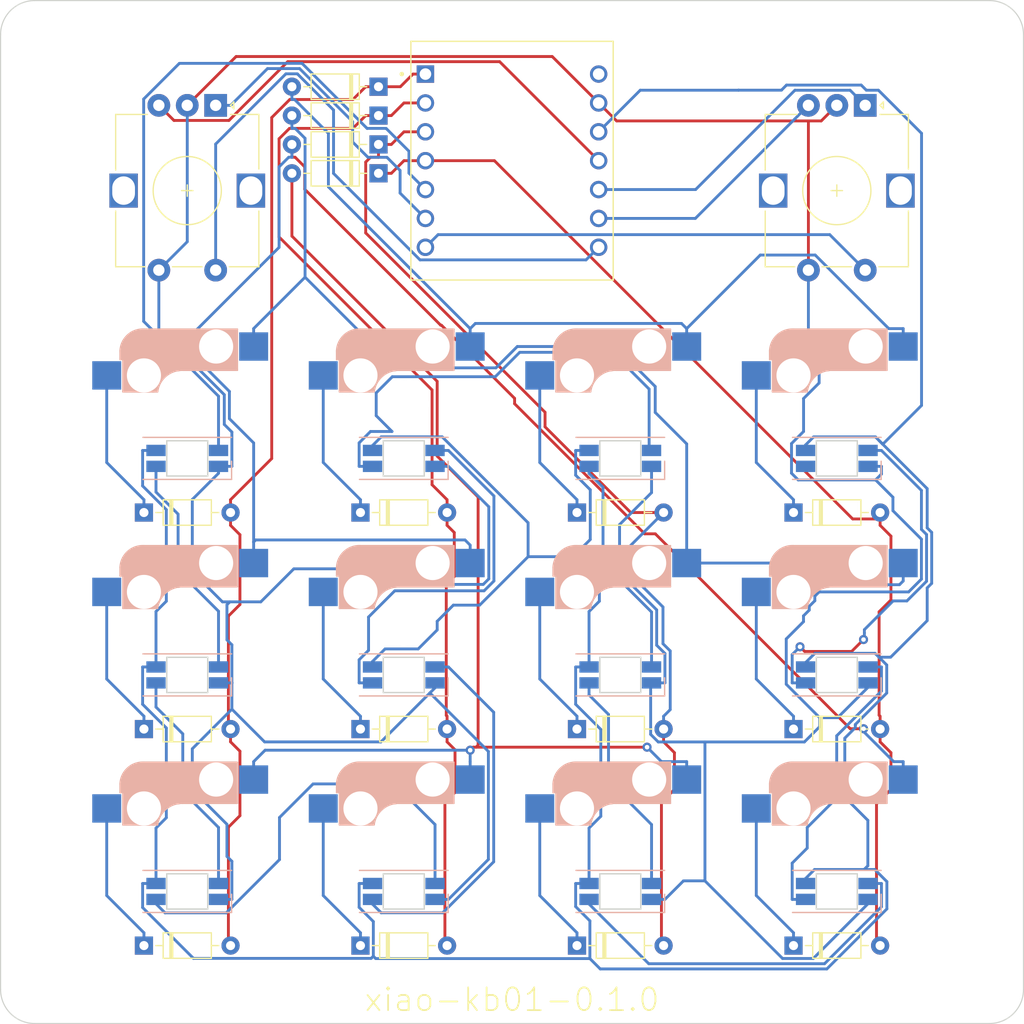
<source format=kicad_pcb>
(kicad_pcb (version 20221018) (generator pcbnew)
  (layers (0 "F.Cu" signal) (31 "B.Cu" signal) (34 "B.Paste" user) (35 "F.Paste" user) (36 "B.SilkS" user "B.Silkscreen") (37 "F.SilkS" user "F.Silkscreen") (38 "B.Mask" user) (39 "F.Mask" user) (44 "Edge.Cuts" user))
  (net 0 "")
  (net 1 "Net-(D1-K)")
  (net 2 "COL1")
  (net 3 "Net-(D2-K)")
  (net 4 "Net-(D3-K)")
  (net 5 "Net-(D4-K)")
  (net 6 "COL2")
  (net 7 "Net-(D5-K)")
  (net 8 "Net-(D6-K)")
  (net 9 "Net-(D7-K)")
  (net 10 "COL3")
  (net 11 "Net-(D8-K)")
  (net 12 "Net-(D9-K)")
  (net 13 "Net-(D10-K)")
  (net 14 "COL4")
  (net 15 "Net-(D11-K)")
  (net 16 "Net-(D12-K)")
  (net 17 "Net-(D13-A)")
  (net 18 "Net-(D14-A)")
  (net 19 "Net-(D15-A)")
  (net 20 "Net-(D16-A)")
  (net 21 "WS2812")
  (net 22 "GND")
  (net 23 "3V3")
  (net 24 "Net-(LED1-DOUT)")
  (net 25 "Net-(LED2-DOUT)")
  (net 26 "Net-(LED3-DOUT)")
  (net 27 "Net-(LED4-DOUT)")
  (net 28 "Net-(LED5-DOUT)")
  (net 29 "Net-(LED6-DOUT)")
  (net 30 "Net-(LED7-DIN)")
  (net 31 "Net-(LED10-DIN)")
  (net 32 "Net-(LED8-DIN)")
  (net 33 "Net-(LED10-DOUT)")
  (net 34 "Net-(LED11-DOUT)")
  (net 36 "ROT_A1")
  (net 37 "ROT_B1")
  (net 38 "BTN1")
  (net 39 "ROT_A2")
  (net 40 "ROT_B2")
  (net 41 "BTN2")
  (footprint "MountingHole:MountingHole_2.2mm_M2" (layer "F.Cu") (at 67.5375 108.6312)
    (fp_text reference "H7" hide)
    (fp_text value "MountingHole" hide)
  )
  (footprint "Diode_THT:D_DO-35_SOD27_P7.62mm_Horizontal" (layer "F.Cu") (at 134.3025 66.675)
    (fp_text reference "D10" hide)
    (fp_text value "1N4148" hide)
  )
  (footprint "Diode_THT:D_DO-35_SOD27_P7.62mm_Horizontal" (layer "F.Cu") (at 115.2525 66.675)
    (fp_text reference "D7" hide)
    (fp_text value "1N4148" hide)
  )
  (footprint "Diode_THT:D_DO-35_SOD27_P7.62mm_Horizontal" (layer "F.Cu") (at 115.2525 104.775)
    (fp_text reference "D9" hide)
    (fp_text value "1N4148" hide)
  )
  (footprint "MountingHole:MountingHole_2.2mm_M2" (layer "F.Cu") (at 82.5375 108.6312)
    (fp_text reference "H6" hide)
    (fp_text value "MountingHole" hide)
  )
  (footprint "MountingHole:MountingHole_2.2mm_M2" (layer "F.Cu") (at 136.5375 24.6312)
    (fp_text reference "H11" hide)
    (fp_text value "MountingHole" hide)
  )
  (footprint "kbd:CherryMX_Hotswap" (layer "F.Cu") (at 100.0125 57.15)
    (fp_text reference "SW4" hide)
    (fp_text value "SW_PUSH" hide)
  )
  (footprint "kbd:CherryMX_Hotswap" (layer "F.Cu") (at 100.0125 95.25)
    (fp_text reference "SW6" hide)
    (fp_text value "SW_PUSH" hide)
  )
  (footprint "kbd:CherryMX_Hotswap" (layer "F.Cu") (at 100.0125 76.2)
    (fp_text reference "SW5" hide)
    (fp_text value "SW_PUSH" hide)
  )
  (footprint "Diode_THT:D_DO-35_SOD27_P7.62mm_Horizontal" (layer "F.Cu") (at 77.1525 85.725)
    (fp_text reference "D2" hide)
    (fp_text value "1N4148" hide)
  )
  (footprint "Diode_THT:D_DO-35_SOD27_P7.62mm_Horizontal" (layer "F.Cu") (at 97.79 31.75 180)
    (fp_text reference "D14" hide)
    (fp_text value "1N4148" hide)
  )
  (footprint "Diode_THT:D_DO-35_SOD27_P7.62mm_Horizontal" (layer "F.Cu") (at 96.2025 104.775)
    (fp_text reference "D6" hide)
    (fp_text value "1N4148" hide)
  )
  (footprint "MountingHole:MountingHole_2.2mm_M2" (layer "F.Cu") (at 136.5375 108.6312)
    (fp_text reference "H9" hide)
    (fp_text value "MountingHole" hide)
  )
  (footprint "Diode_THT:D_DO-35_SOD27_P7.62mm_Horizontal" (layer "F.Cu") (at 96.2025 66.675)
    (fp_text reference "D4" hide)
    (fp_text value "1N4148" hide)
  )
  (footprint "kbd:CherryMX_Hotswap" (layer "F.Cu") (at 119.0625 95.25)
    (fp_text reference "SW9" hide)
    (fp_text value "SW_PUSH" hide)
  )
  (footprint "Rotary_Encoder:RotaryEncoder_Alps_EC12E-Switch_Vertical_H20mm" (layer "F.Cu") (at 140.6125 30.85 -90)
    (fp_text reference "SW14" hide)
    (fp_text value "RotaryEncoder_Switch" hide)
  )
  (footprint "MountingHole:MountingHole_2.2mm_M2" (layer "F.Cu") (at 67.5375 93.6312)
    (fp_text reference "H3" hide)
    (fp_text value "MountingHole" hide)
  )
  (footprint "MountingHole:MountingHole_2.2mm_M2" (layer "F.Cu") (at 82.5375 24.6312)
    (fp_text reference "H5" hide)
    (fp_text value "MountingHole" hide)
  )
  (footprint "kbd:CherryMX_Hotswap" (layer "F.Cu") (at 119.0625 76.2)
    (fp_text reference "SW8" hide)
    (fp_text value "SW_PUSH" hide)
  )
  (footprint "Diode_THT:D_DO-35_SOD27_P7.62mm_Horizontal" (layer "F.Cu") (at 115.2525 85.725)
    (fp_text reference "D8" hide)
    (fp_text value "1N4148" hide)
  )
  (footprint "MountingHole:MountingHole_2.2mm_M2" (layer "F.Cu") (at 67.5375 39.6312)
    (fp_text reference "H2" hide)
    (fp_text value "MountingHole" hide)
  )
  (footprint "Rotary_Encoder:RotaryEncoder_Alps_EC12E-Switch_Vertical_H20mm" (layer "F.Cu") (at 83.4625 30.85 -90)
    (fp_text reference "SW13" hide)
    (fp_text value "RotaryEncoder_Switch" hide)
  )
  (footprint "kbd:CherryMX_Hotswap" (layer "F.Cu") (at 80.9625 76.2)
    (fp_text reference "SW2" hide)
    (fp_text value "SW_PUSH" hide)
  )
  (footprint "Diode_THT:D_DO-35_SOD27_P7.62mm_Horizontal" (layer "F.Cu") (at 97.79 34.29 180)
    (fp_text reference "D15" hide)
    (fp_text value "1N4148" hide)
  )
  (footprint "Diode_THT:D_DO-35_SOD27_P7.62mm_Horizontal" (layer "F.Cu") (at 77.1525 66.675)
    (fp_text reference "D1" hide)
    (fp_text value "1N4148" hide)
  )
  (footprint "MountingHole:MountingHole_2.2mm_M2" (layer "F.Cu") (at 151.5375 108.6312)
    (fp_text reference "H10" hide)
    (fp_text value "MountingHole" hide)
  )
  (footprint "Diode_THT:D_DO-35_SOD27_P7.62mm_Horizontal" (layer "F.Cu") (at 96.2025 85.725)
    (fp_text reference "D5" hide)
    (fp_text value "1N4148" hide)
  )
  (footprint "kbd:CherryMX_Hotswap" (layer "F.Cu") (at 119.0625 57.15)
    (fp_text reference "SW7" hide)
    (fp_text value "SW_PUSH" hide)
  )
  (footprint "MountingHole:MountingHole_2.2mm_M2" (layer "F.Cu") (at 151.5375 93.6312)
    (fp_text reference "H12" hide)
    (fp_text value "MountingHole" hide)
  )
  (footprint "Diode_THT:D_DO-35_SOD27_P7.62mm_Horizontal" (layer "F.Cu") (at 134.3025 104.775)
    (fp_text reference "D12" hide)
    (fp_text value "1N4148" hide)
  )
  (footprint "MountingHole:MountingHole_2.2mm_M2" (layer "F.Cu") (at 151.5375 24.6312)
    (fp_text reference "H4" hide)
    (fp_text value "MountingHole" hide)
  )
  (footprint "Diode_THT:D_DO-35_SOD27_P7.62mm_Horizontal" (layer "F.Cu") (at 77.1525 104.775)
    (fp_text reference "D3" hide)
    (fp_text value "1N4148" hide)
  )
  (footprint "kbd:CherryMX_Hotswap" (layer "F.Cu") (at 138.1125 76.2)
    (fp_text reference "SW11" hide)
    (fp_text value "SW_PUSH" hide)
  )
  (footprint "kbd:CherryMX_Hotswap" (layer "F.Cu") (at 80.9625 95.25)
    (fp_text reference "SW3" hide)
    (fp_text value "SW_PUSH" hide)
  )
  (footprint "kbd:CherryMX_Hotswap" (layer "F.Cu") (at 80.9625 57.15)
    (fp_text reference "SW1" hide)
    (fp_text value "SW_PUSH" hide)
  )
  (footprint "MountingHole:MountingHole_2.2mm_M2" (layer "F.Cu") (at 67.5375 24.6312)
    (fp_text reference "H1" hide)
    (fp_text value "MountingHole" hide)
  )
  (footprint "Diode_THT:D_DO-35_SOD27_P7.62mm_Horizontal" (layer "F.Cu") (at 97.79 36.83 180)
    (fp_text reference "D16" hide)
    (fp_text value "1N4148" hide)
  )
  (footprint "Diode_THT:D_DO-35_SOD27_P7.62mm_Horizontal" (layer "F.Cu") (at 134.3025 85.725)
    (fp_text reference "D11" hide)
    (fp_text value "1N4148" hide)
  )
  (footprint "MountingHole:MountingHole_2.2mm_M2" (layer "F.Cu") (at 151.5375 39.6312)
    (fp_text reference "H8" hide)
    (fp_text value "MountingHole" hide)
  )
  (footprint "kbd:CherryMX_Hotswap" (layer "F.Cu") (at 138.1125 95.25)
    (fp_text reference "SW12" hide)
    (fp_text value "SW_PUSH" hide)
  )
  (footprint "kbd:CherryMX_Hotswap" (layer "F.Cu") (at 138.1125 57.15)
    (fp_text reference "SW10" hide)
    (fp_text value "SW_PUSH" hide)
  )
  (footprint "Diode_THT:D_DO-35_SOD27_P7.62mm_Horizontal" (layer "F.Cu") (at 97.79 29.21 180)
    (fp_text reference "D13" hide)
    (fp_text value "1N4148" hide)
  )
  (footprint "lib:MODULE_102010388" (layer "F.Cu") (at 109.5375 35.7187)
    (fp_text reference "U1" hide)
    (fp_text value "xiao" hide)
  )
  (footprint "kbd:YS-SK6812MINI-E" (layer "B.Cu") (at 80.9625 61.9125 180)
    (fp_text reference "LED1" hide)
    (fp_text value "YS-SK6812MINI-E" hide)
    (fp_line (start -1.8 -1.55) (end 1.8 -1.55) (stroke (width 0.12)) (layer "Edge.Cuts"))
    (fp_line (start -1.8 1.55) (end -1.8 -1.55) (stroke (width 0.12)) (layer "Edge.Cuts"))
    (fp_line (start 1.8 -1.55) (end 1.8 1.55) (stroke (width 0.12)) (layer "Edge.Cuts"))
    (fp_line (start 1.8 1.55) (end -1.8 1.55) (stroke (width 0.12)) (layer "Edge.Cuts"))
  )
  (footprint "kbd:YS-SK6812MINI-E" (layer "B.Cu") (at 100.0125 100.0125 180)
    (fp_text reference "LED4" hide)
    (fp_text value "YS-SK6812MINI-E" hide)
    (fp_line (start -1.8 -1.55) (end 1.8 -1.55) (stroke (width 0.12)) (layer "Edge.Cuts"))
    (fp_line (start -1.8 1.55) (end -1.8 -1.55) (stroke (width 0.12)) (layer "Edge.Cuts"))
    (fp_line (start 1.8 -1.55) (end 1.8 1.55) (stroke (width 0.12)) (layer "Edge.Cuts"))
    (fp_line (start 1.8 1.55) (end -1.8 1.55) (stroke (width 0.12)) (layer "Edge.Cuts"))
  )
  (footprint "kbd:YS-SK6812MINI-E" (layer "B.Cu") (at 119.0625 80.9625 180)
    (fp_text reference "LED8" hide)
    (fp_text value "YS-SK6812MINI-E" hide)
    (fp_line (start -1.8 -1.55) (end 1.8 -1.55) (stroke (width 0.12)) (layer "Edge.Cuts"))
    (fp_line (start -1.8 1.55) (end -1.8 -1.55) (stroke (width 0.12)) (layer "Edge.Cuts"))
    (fp_line (start 1.8 -1.55) (end 1.8 1.55) (stroke (width 0.12)) (layer "Edge.Cuts"))
    (fp_line (start 1.8 1.55) (end -1.8 1.55) (stroke (width 0.12)) (layer "Edge.Cuts"))
  )
  (footprint "kbd:YS-SK6812MINI-E" (layer "B.Cu") (at 100.0125 80.9625 180)
    (fp_text reference "LED5" hide)
    (fp_text value "YS-SK6812MINI-E" hide)
    (fp_line (start -1.8 -1.55) (end 1.8 -1.55) (stroke (width 0.12)) (layer "Edge.Cuts"))
    (fp_line (start -1.8 1.55) (end -1.8 -1.55) (stroke (width 0.12)) (layer "Edge.Cuts"))
    (fp_line (start 1.8 -1.55) (end 1.8 1.55) (stroke (width 0.12)) (layer "Edge.Cuts"))
    (fp_line (start 1.8 1.55) (end -1.8 1.55) (stroke (width 0.12)) (layer "Edge.Cuts"))
  )
  (footprint "kbd:YS-SK6812MINI-E" (layer "B.Cu") (at 138.1125 61.9125 180)
    (fp_text reference "LED12" hide)
    (fp_text value "YS-SK6812MINI-E" hide)
    (fp_line (start -1.8 -1.55) (end 1.8 -1.55) (stroke (width 0.12)) (layer "Edge.Cuts"))
    (fp_line (start -1.8 1.55) (end -1.8 -1.55) (stroke (width 0.12)) (layer "Edge.Cuts"))
    (fp_line (start 1.8 -1.55) (end 1.8 1.55) (stroke (width 0.12)) (layer "Edge.Cuts"))
    (fp_line (start 1.8 1.55) (end -1.8 1.55) (stroke (width 0.12)) (layer "Edge.Cuts"))
  )
  (footprint "kbd:YS-SK6812MINI-E" (layer "B.Cu") (at 119.0625 61.9125 180)
    (fp_text reference "LED9" hide)
    (fp_text value "YS-SK6812MINI-E" hide)
    (fp_line (start -1.8 -1.55) (end 1.8 -1.55) (stroke (width 0.12)) (layer "Edge.Cuts"))
    (fp_line (start -1.8 1.55) (end -1.8 -1.55) (stroke (width 0.12)) (layer "Edge.Cuts"))
    (fp_line (start 1.8 -1.55) (end 1.8 1.55) (stroke (width 0.12)) (layer "Edge.Cuts"))
    (fp_line (start 1.8 1.55) (end -1.8 1.55) (stroke (width 0.12)) (layer "Edge.Cuts"))
  )
  (footprint "kbd:YS-SK6812MINI-E" (layer "B.Cu") (at 138.1125 80.9625 180)
    (fp_text reference "LED11" hide)
    (fp_text value "YS-SK6812MINI-E" hide)
    (fp_line (start -1.8 -1.55) (end 1.8 -1.55) (stroke (width 0.12)) (layer "Edge.Cuts"))
    (fp_line (start -1.8 1.55) (end -1.8 -1.55) (stroke (width 0.12)) (layer "Edge.Cuts"))
    (fp_line (start 1.8 -1.55) (end 1.8 1.55) (stroke (width 0.12)) (layer "Edge.Cuts"))
    (fp_line (start 1.8 1.55) (end -1.8 1.55) (stroke (width 0.12)) (layer "Edge.Cuts"))
  )
  (footprint "kbd:YS-SK6812MINI-E" (layer "B.Cu") (at 119.0625 100.0125 180)
    (fp_text reference "LED7" hide)
    (fp_text value "YS-SK6812MINI-E" hide)
    (fp_line (start -1.8 -1.55) (end 1.8 -1.55) (stroke (width 0.12)) (layer "Edge.Cuts"))
    (fp_line (start -1.8 1.55) (end -1.8 -1.55) (stroke (width 0.12)) (layer "Edge.Cuts"))
    (fp_line (start 1.8 -1.55) (end 1.8 1.55) (stroke (width 0.12)) (layer "Edge.Cuts"))
    (fp_line (start 1.8 1.55) (end -1.8 1.55) (stroke (width 0.12)) (layer "Edge.Cuts"))
  )
  (footprint "kbd:YS-SK6812MINI-E" (layer "B.Cu") (at 80.9625 100.0125 180)
    (fp_text reference "LED3" hide)
    (fp_text value "YS-SK6812MINI-E" hide)
    (fp_line (start -1.8 -1.55) (end 1.8 -1.55) (stroke (width 0.12)) (layer "Edge.Cuts"))
    (fp_line (start -1.8 1.55) (end -1.8 -1.55) (stroke (width 0.12)) (layer "Edge.Cuts"))
    (fp_line (start 1.8 -1.55) (end 1.8 1.55) (stroke (width 0.12)) (layer "Edge.Cuts"))
    (fp_line (start 1.8 1.55) (end -1.8 1.55) (stroke (width 0.12)) (layer "Edge.Cuts"))
  )
  (footprint "kbd:YS-SK6812MINI-E" (layer "B.Cu") (at 80.9625 80.9625 180)
    (fp_text reference "LED2" hide)
    (fp_text value "YS-SK6812MINI-E" hide)
    (fp_line (start -1.8 -1.55) (end 1.8 -1.55) (stroke (width 0.12)) (layer "Edge.Cuts"))
    (fp_line (start -1.8 1.55) (end -1.8 -1.55) (stroke (width 0.12)) (layer "Edge.Cuts"))
    (fp_line (start 1.8 -1.55) (end 1.8 1.55) (stroke (width 0.12)) (layer "Edge.Cuts"))
    (fp_line (start 1.8 1.55) (end -1.8 1.55) (stroke (width 0.12)) (layer "Edge.Cuts"))
  )
  (footprint "kbd:YS-SK6812MINI-E" (layer "B.Cu") (at 100.0125 61.9125 180)
    (fp_text reference "LED6" hide)
    (fp_text value "YS-SK6812MINI-E" hide)
    (fp_line (start -1.8 -1.55) (end 1.8 -1.55) (stroke (width 0.12)) (layer "Edge.Cuts"))
    (fp_line (start -1.8 1.55) (end -1.8 -1.55) (stroke (width 0.12)) (layer "Edge.Cuts"))
    (fp_line (start 1.8 -1.55) (end 1.8 1.55) (stroke (width 0.12)) (layer "Edge.Cuts"))
    (fp_line (start 1.8 1.55) (end -1.8 1.55) (stroke (width 0.12)) (layer "Edge.Cuts"))
  )
  (footprint "kbd:YS-SK6812MINI-E" (layer "B.Cu") (at 138.1125 100.0125 180)
    (fp_text reference "LED10" hide)
    (fp_text value "YS-SK6812MINI-E" hide)
    (fp_line (start -1.8 -1.55) (end 1.8 -1.55) (stroke (width 0.12)) (layer "Edge.Cuts"))
    (fp_line (start -1.8 1.55) (end -1.8 -1.55) (stroke (width 0.12)) (layer "Edge.Cuts"))
    (fp_line (start 1.8 -1.55) (end 1.8 1.55) (stroke (width 0.12)) (layer "Edge.Cuts"))
    (fp_line (start 1.8 1.55) (end -1.8 1.55) (stroke (width 0.12)) (layer "Edge.Cuts"))
  )
  (gr_arc (start 151.5375 21.63125) (mid 153.65882 22.50993) (end 154.5375 24.63125) (stroke (width 0.1)) (layer "Edge.Cuts"))
  (gr_line (start 154.5375 108.63125) (end 154.5375 24.63125) (stroke (width 0.1)) (layer "Edge.Cuts"))
  (gr_line (start 151.5375 21.63125) (end 67.5375 21.63125) (stroke (width 0.1)) (layer "Edge.Cuts"))
  (gr_arc (start 64.5375 24.63125) (mid 65.41618 22.50993) (end 67.5375 21.63125) (stroke (width 0.1)) (layer "Edge.Cuts"))
  (gr_arc (start 154.5375 108.63125) (mid 153.65882 110.75257) (end 151.5375 111.63125) (stroke (width 0.1)) (layer "Edge.Cuts"))
  (gr_line (start 67.5375 111.63125) (end 151.5375 111.63125) (stroke (width 0.1)) (layer "Edge.Cuts"))
  (gr_line (start 64.5375 24.63125) (end 64.5375 108.63125) (stroke (width 0.1)) (layer "Edge.Cuts"))
  (gr_arc (start 67.5375 111.63125) (mid 65.41618 110.75257) (end 64.5375 108.63125) (stroke (width 0.1)) (layer "Edge.Cuts"))
  (gr_text "xiao-kb01-0.1.0" (at 109.5375 109.5375) (layer "F.SilkS") (effects (font (size 2 2))))
  (segment (start 73.8775 62.2731) (end 73.8775 54.61) (width 0.25) (layer "B.Cu") (net 1))
  (segment (start 77.1525 65.5481) (end 73.8775 62.2731) (width 0.25) (layer "B.Cu") (net 1))
  (segment (start 77.1525 66.675) (end 77.1525 65.5481) (width 0.25) (layer "B.Cu") (net 1))
  (segment (start 89.9827 30.3369) (end 88.3943 31.9253) (width 0.25) (layer "F.Cu") (net 2))
  (segment (start 88.3943 31.9253) (end 88.3943 61.9263) (width 0.25) (layer "F.Cu") (net 2))
  (segment (start 99.7143 29.21) (end 100.8256 28.0987) (width 0.25) (layer "F.Cu") (net 2))
  (segment (start 85.598 74.770667) (end 84.582 75.786667) (width 0.25) (layer "F.Cu") (net 2))
  (segment (start 101.9175 28.0987) (end 100.8256 28.0987) (width 0.25) (layer "F.Cu") (net 2))
  (segment (start 97.79 29.21) (end 96.6631 29.21) (width 0.25) (layer "F.Cu") (net 2))
  (segment (start 84.7725 67.8019) (end 85.598 68.6274) (width 0.25) (layer "F.Cu") (net 2))
  (segment (start 84.582 85.5345) (end 84.7725 85.725) (width 0.25) (layer "F.Cu") (net 2))
  (segment (start 84.7725 66.675) (end 84.7725 65.5481) (width 0.25) (layer "F.Cu") (net 2))
  (segment (start 84.7725 66.675) (end 84.7725 67.8019) (width 0.25) (layer "F.Cu") (net 2))
  (segment (start 84.7725 86.8519) (end 85.598 87.6774) (width 0.25) (layer "F.Cu") (net 2))
  (segment (start 95.5362 30.3369) (end 89.9827 30.3369) (width 0.25) (layer "F.Cu") (net 2))
  (segment (start 88.3943 61.9263) (end 84.7725 65.5481) (width 0.25) (layer "F.Cu") (net 2))
  (segment (start 85.598 87.6774) (end 85.598 93.345) (width 0.25) (layer "F.Cu") (net 2))
  (segment (start 84.582 104.5845) (end 84.7725 104.775) (width 0.25) (layer "F.Cu") (net 2))
  (segment (start 84.582 94.361) (end 84.582 104.5845) (width 0.25) (layer "F.Cu") (net 2))
  (segment (start 85.598 68.6274) (end 85.598 74.770667) (width 0.25) (layer "F.Cu") (net 2))
  (segment (start 84.582 75.786667) (end 84.582 85.5345) (width 0.25) (layer "F.Cu") (net 2))
  (segment (start 96.6631 29.21) (end 95.5362 30.3369) (width 0.25) (layer "F.Cu") (net 2))
  (segment (start 97.79 29.21) (end 99.7143 29.21) (width 0.25) (layer "F.Cu") (net 2))
  (segment (start 85.598 93.345) (end 84.582 94.361) (width 0.25) (layer "F.Cu") (net 2))
  (segment (start 84.7725 85.725) (end 84.7725 86.8519) (width 0.25) (layer "F.Cu") (net 2))
  (segment (start 77.1525 85.725) (end 77.1525 84.5981) (width 0.25) (layer "B.Cu") (net 3))
  (segment (start 77.1525 84.5981) (end 73.8775 81.3231) (width 0.25) (layer "B.Cu") (net 3))
  (segment (start 73.8775 81.3231) (end 73.8775 73.66) (width 0.25) (layer "B.Cu") (net 3))
  (segment (start 77.1525 103.6481) (end 73.8775 100.3731) (width 0.25) (layer "B.Cu") (net 4))
  (segment (start 73.8775 100.3731) (end 73.8775 92.71) (width 0.25) (layer "B.Cu") (net 4))
  (segment (start 77.1525 104.775) (end 77.1525 103.6481) (width 0.25) (layer "B.Cu") (net 4))
  (segment (start 96.2025 66.675) (end 96.2025 65.5481) (width 0.25) (layer "B.Cu") (net 5))
  (segment (start 92.9275 62.2731) (end 92.9275 54.61) (width 0.25) (layer "B.Cu") (net 5))
  (segment (start 96.2025 65.5481) (end 92.9275 62.2731) (width 0.25) (layer "B.Cu") (net 5))
  (segment (start 100.0282 30.6387) (end 101.9175 30.6387) (width 0.25) (layer "F.Cu") (net 6))
  (segment (start 103.8225 67.2384) (end 103.8225 66.675) (width 0.25) (layer "F.Cu") (net 6))
  (segment (start 103.8225 86.8519) (end 104.521 87.5504) (width 0.25) (layer "F.Cu") (net 6))
  (segment (start 89.9548 32.8769) (end 95.5362 32.8769) (width 0.25) (layer "F.Cu") (net 6))
  (segment (start 103.632 104.5845) (end 103.8225 104.775) (width 0.25) (layer "F.Cu") (net 6))
  (segment (start 98.9169 31.75) (end 100.0282 30.6387) (width 0.25) (layer "F.Cu") (net 6))
  (segment (start 103.8225 66.675) (end 103.8225 65.5481) (width 0.25) (layer "F.Cu") (net 6))
  (segment (start 104.4552 72.3073) (end 103.751 73.0115) (width 0.25) (layer "F.Cu") (net 6))
  (segment (start 102.5016 55.8926) (end 89.042 42.433) (width 0.25) (layer "F.Cu") (net 6))
  (segment (start 103.8225 85.725) (end 103.8225 84.5981) (width 0.25) (layer "F.Cu") (net 6))
  (segment (start 104.4552 68.4346) (end 104.4552 72.3073) (width 0.25) (layer "F.Cu") (net 6))
  (segment (start 104.521 87.5504) (end 104.521 91.2915) (width 0.25) (layer "F.Cu") (net 6))
  (segment (start 103.751 84.5266) (end 103.8225 84.5981) (width 0.25) (layer "F.Cu") (net 6))
  (segment (start 103.8225 85.725) (end 103.8225 86.8519) (width 0.25) (layer "F.Cu") (net 6))
  (segment (start 89.042 33.7897) (end 89.9548 32.8769) (width 0.25) (layer "F.Cu") (net 6))
  (segment (start 103.8225 65.5481) (end 102.5016 64.2272) (width 0.25) (layer "F.Cu") (net 6))
  (segment (start 97.79 31.75) (end 98.9169 31.75) (width 0.25) (layer "F.Cu") (net 6))
  (segment (start 104.521 91.2915) (end 103.632 92.1805) (width 0.25) (layer "F.Cu") (net 6))
  (segment (start 103.751 73.0115) (end 103.751 84.5266) (width 0.25) (layer "F.Cu") (net 6))
  (segment (start 96.6631 31.75) (end 97.79 31.75) (width 0.25) (layer "F.Cu") (net 6))
  (segment (start 89.042 42.433) (end 89.042 33.7897) (width 0.25) (layer "F.Cu") (net 6))
  (segment (start 102.5016 64.2272) (end 102.5016 55.8926) (width 0.25) (layer "F.Cu") (net 6))
  (segment (start 103.8225 67.2384) (end 103.8225 67.8019) (width 0.25) (layer "F.Cu") (net 6))
  (segment (start 103.8225 67.8019) (end 104.4552 68.4346) (width 0.25) (layer "F.Cu") (net 6))
  (segment (start 103.632 92.1805) (end 103.632 104.5845) (width 0.25) (layer "F.Cu") (net 6))
  (segment (start 95.5362 32.8769) (end 96.6631 31.75) (width 0.25) (layer "F.Cu") (net 6))
  (segment (start 96.2025 84.5981) (end 92.9275 81.3231) (width 0.25) (layer "B.Cu") (net 7))
  (segment (start 96.2025 85.725) (end 96.2025 84.5981) (width 0.25) (layer "B.Cu") (net 7))
  (segment (start 92.9275 81.3231) (end 92.9275 73.66) (width 0.25) (layer "B.Cu") (net 7))
  (segment (start 96.2025 104.775) (end 96.2025 103.6481) (width 0.25) (layer "B.Cu") (net 8))
  (segment (start 96.2025 103.6481) (end 92.9275 100.3731) (width 0.25) (layer "B.Cu") (net 8))
  (segment (start 92.9275 100.3731) (end 92.9275 92.71) (width 0.25) (layer "B.Cu") (net 8))
  (segment (start 111.9775 62.2731) (end 111.9775 54.61) (width 0.25) (layer "B.Cu") (net 9))
  (segment (start 115.2525 65.5481) (end 111.9775 62.2731) (width 0.25) (layer "B.Cu") (net 9))
  (segment (start 115.2525 66.675) (end 115.2525 65.5481) (width 0.25) (layer "B.Cu") (net 9))
  (segment (start 112.4427 59.1342) (end 112.4427 57.8562) (width 0.25) (layer "F.Cu") (net 10))
  (segment (start 112.4427 57.8562) (end 96.6631 42.0766) (width 0.25) (layer "F.Cu") (net 10))
  (segment (start 122.8725 86.8519) (end 123.825 87.8044) (width 0.25) (layer "F.Cu") (net 10))
  (segment (start 121.7456 66.675) (end 119.9835 66.675) (width 0.25) (layer "F.Cu") (net 10))
  (segment (start 97.0856 35.4169) (end 97.79 35.4169) (width 0.25) (layer "F.Cu") (net 10))
  (segment (start 122.682 104.5845) (end 122.8725 104.775) (width 0.25) (layer "F.Cu") (net 10))
  (segment (start 123.825 87.8044) (end 123.825 91.0375) (width 0.25) (layer "F.Cu") (net 10))
  (segment (start 96.6631 42.0766) (end 96.6631 35.8394) (width 0.25) (layer "F.Cu") (net 10))
  (segment (start 122.8725 66.675) (end 121.7456 66.675) (width 0.25) (layer "F.Cu") (net 10))
  (segment (start 123.825 91.0375) (end 122.682 92.1805) (width 0.25) (layer "F.Cu") (net 10))
  (segment (start 122.682 92.1805) (end 122.682 104.5845) (width 0.25) (layer "F.Cu") (net 10))
  (segment (start 96.6631 35.8394) (end 97.0856 35.4169) (width 0.25) (layer "F.Cu") (net 10))
  (segment (start 97.79 34.29) (end 98.9169 34.29) (width 0.25) (layer "F.Cu") (net 10))
  (segment (start 122.8725 85.725) (end 122.8725 86.8519) (width 0.25) (layer "F.Cu") (net 10))
  (segment (start 98.9169 34.29) (end 100.0282 33.1787) (width 0.25) (layer "F.Cu") (net 10))
  (segment (start 97.79 34.29) (end 97.79 35.4169) (width 0.25) (layer "F.Cu") (net 10))
  (segment (start 119.9835 66.675) (end 112.4427 59.1342) (width 0.25) (layer "F.Cu") (net 10))
  (segment (start 100.0282 33.1787) (end 101.9175 33.1787) (width 0.25) (layer "F.Cu") (net 10))
  (segment (start 123.4556 78.8528) (end 123.4556 84.015) (width 0.25) (layer "B.Cu") (net 10))
  (segment (start 123.4556 84.015) (end 122.8725 84.5981) (width 0.25) (layer "B.Cu") (net 10))
  (segment (start 122.8175 74.98665) (end 122.8175 78.2147) (width 0.25) (layer "B.Cu") (net 10))
  (segment (start 122.8725 66.675) (end 119.7275 69.82) (width 0.25) (layer "B.Cu") (net 10))
  (segment (start 119.7275 71.89665) (end 122.8175 74.98665) (width 0.25) (layer "B.Cu") (net 10))
  (segment (start 122.8725 84.5981) (end 122.8725 85.725) (width 0.25) (layer "B.Cu") (net 10))
  (segment (start 122.8175 78.2147) (end 123.4556 78.8528) (width 0.25) (layer "B.Cu") (net 10))
  (segment (start 119.7275 69.82) (end 119.7275 71.89665) (width 0.25) (layer "B.Cu") (net 10))
  (segment (start 111.9775 81.3231) (end 111.9775 73.66) (width 0.25) (layer "B.Cu") (net 11))
  (segment (start 115.2525 84.5981) (end 111.9775 81.3231) (width 0.25) (layer "B.Cu") (net 11))
  (segment (start 115.2525 85.725) (end 115.2525 84.5981) (width 0.25) (layer "B.Cu") (net 11))
  (segment (start 115.2525 104.775) (end 115.2525 103.6481) (width 0.25) (layer "B.Cu") (net 12))
  (segment (start 111.9775 100.3731) (end 115.2525 103.6481) (width 0.25) (layer "B.Cu") (net 12))
  (segment (start 111.9775 92.71) (end 111.9775 100.3731) (width 0.25) (layer "B.Cu") (net 12))
  (segment (start 134.3025 65.5481) (end 131.0275 62.2731) (width 0.25) (layer "B.Cu") (net 13))
  (segment (start 131.0275 62.2731) (end 131.0275 54.61) (width 0.25) (layer "B.Cu") (net 13))
  (segment (start 134.3025 66.675) (end 134.3025 65.5481) (width 0.25) (layer "B.Cu") (net 13))
  (segment (start 141.605 92.3075) (end 141.605 104.4575) (width 0.25) (layer "F.Cu") (net 14))
  (segment (start 101.9175 35.7187) (end 100.0282 35.7187) (width 0.25) (layer "F.Cu") (net 14))
  (segment (start 141.9225 85.725) (end 141.9225 86.8519) (width 0.25) (layer "F.Cu") (net 14))
  (segment (start 141.9225 67.2384) (end 139.5061 67.2384) (width 0.25) (layer "F.Cu") (net 14))
  (segment (start 142.875 68.7544) (end 142.875 74.367) (width 0.25) (layer "F.Cu") (net 14))
  (segment (start 141.9225 84.5981) (end 141.9225 85.725) (width 0.25) (layer "F.Cu") (net 14))
  (segment (start 142.875 91.0375) (end 141.605 92.3075) (width 0.25) (layer "F.Cu") (net 14))
  (segment (start 139.5061 67.2384) (end 107.9864 35.7187) (width 0.25) (layer "F.Cu") (net 14))
  (segment (start 141.9225 86.8519) (end 142.875 87.8044) (width 0.25) (layer "F.Cu") (net 14))
  (segment (start 141.9225 67.8019) (end 142.875 68.7544) (width 0.25) (layer "F.Cu") (net 14))
  (segment (start 141.9225 67.2384) (end 141.9225 67.8019) (width 0.25) (layer "F.Cu") (net 14))
  (segment (start 100.0282 35.7187) (end 98.9169 36.83) (width 0.25) (layer "F.Cu") (net 14))
  (segment (start 107.9864 35.7187) (end 101.9175 35.7187) (width 0.25) (layer "F.Cu") (net 14))
  (segment (start 142.875 74.367) (end 141.8341 75.4079) (width 0.25) (layer "F.Cu") (net 14))
  (segment (start 97.79 36.83) (end 98.9169 36.83) (width 0.25) (layer "F.Cu") (net 14))
  (segment (start 141.605 104.4575) (end 141.9225 104.775) (width 0.25) (layer "F.Cu") (net 14))
  (segment (start 142.875 87.8044) (end 142.875 91.0375) (width 0.25) (layer "F.Cu") (net 14))
  (segment (start 141.8341 84.5097) (end 141.9225 84.5981) (width 0.25) (layer "F.Cu") (net 14))
  (segment (start 141.9225 66.675) (end 141.9225 67.2384) (width 0.25) (layer "F.Cu") (net 14))
  (segment (start 141.8341 75.4079) (end 141.8341 84.5097) (width 0.25) (layer "F.Cu") (net 14))
  (segment (start 131.0275 81.3231) (end 131.0275 73.66) (width 0.25) (layer "B.Cu") (net 15))
  (segment (start 134.3025 85.725) (end 134.3025 84.5981) (width 0.25) (layer "B.Cu") (net 15))
  (segment (start 134.3025 84.5981) (end 131.0275 81.3231) (width 0.25) (layer "B.Cu") (net 15))
  (segment (start 134.3025 104.775) (end 134.3025 103.6481) (width 0.25) (layer "B.Cu") (net 16))
  (segment (start 134.3025 103.6481) (end 131.0275 100.3731) (width 0.25) (layer "B.Cu") (net 16))
  (segment (start 131.0275 100.3731) (end 131.0275 92.71) (width 0.25) (layer "B.Cu") (net 16))
  (segment (start 124.4494 50.038) (end 106.3096 50.038) (width 0.25) (layer "B.Cu") (net 17))
  (segment (start 106.3096 50.038) (end 105.8545 50.4931) (width 0.25) (layer "B.Cu") (net 17))
  (segment (start 124.9045 52.07) (end 124.9045 50.4931) (width 0.25) (layer "B.Cu") (net 17))
  (segment (start 90.4035 30.3369) (end 93.3814 33.3148) (width 0.25) (layer "B.Cu") (net 17))
  (segment (start 124.9045 50.4931) (end 131.3767 44.0209) (width 0.25) (layer "B.Cu") (net 17))
  (segment (start 142.685 50.4931) (end 143.9545 50.4931) (width 0.25) (layer "B.Cu") (net 17))
  (segment (start 131.3767 44.0209) (end 136.2128 44.0209) (width 0.25) (layer "B.Cu") (net 17))
  (segment (start 143.9545 52.07) (end 143.9545 50.4931) (width 0.25) (layer "B.Cu") (net 17))
  (segment (start 93.3814 33.3148) (end 93.3814 38.02) (width 0.25) (layer "B.Cu") (net 17))
  (segment (start 136.2128 44.0209) (end 142.685 50.4931) (width 0.25) (layer "B.Cu") (net 17))
  (segment (start 90.17 29.21) (end 90.17 30.3369) (width 0.25) (layer "B.Cu") (net 17))
  (segment (start 105.8545 52.07) (end 105.8545 50.4931) (width 0.25) (layer "B.Cu") (net 17))
  (segment (start 124.9045 50.4931) (end 124.4494 50.038) (width 0.25) (layer "B.Cu") (net 17))
  (segment (start 90.17 30.3369) (end 90.4035 30.3369) (width 0.25) (layer "B.Cu") (net 17))
  (segment (start 93.3814 38.02) (end 105.8545 50.4931) (width 0.25) (layer "B.Cu") (net 17))
  (segment (start 86.8045 52.07) (end 86.8045 50.4931) (width 0.25) (layer "B.Cu") (net 18))
  (segment (start 124.9045 60.6384) (end 122.1359 57.8698) (width 0.25) (layer "B.Cu") (net 18))
  (segment (start 118.618 52.07) (end 109.998 52.07) (width 0.25) (layer "B.Cu") (net 18))
  (segment (start 122.1359 55.5879) (end 118.618 52.07) (width 0.25) (layer "B.Cu") (net 18))
  (segment (start 90.17 32.8769) (end 90.4517 32.8769) (width 0.25) (layer "B.Cu") (net 18))
  (segment (start 143.6264 73.025) (end 139.8962 73.025) (width 0.25) (layer "B.Cu") (net 18))
  (segment (start 143.9545 72.6969) (end 143.6264 73.025) (width 0.25) (layer "B.Cu") (net 18))
  (segment (start 143.9545 71.12) (end 143.9545 72.6969) (width 0.25) (layer "B.Cu") (net 18))
  (segment (start 108.123 53.945) (end 99.3016 53.945) (width 0.25) (layer "B.Cu") (net 18))
  (segment (start 124.9045 71.12) (end 124.9045 60.6384) (width 0.25) (layer "B.Cu") (net 18))
  (segment (start 122.1359 57.8698) (end 122.1359 55.5879) (width 0.25) (layer "B.Cu") (net 18))
  (segment (start 109.998 52.07) (end 108.123 53.945) (width 0.25) (layer "B.Cu") (net 18))
  (segment (start 99.3016 53.945) (end 91.3271 45.9705) (width 0.25) (layer "B.Cu") (net 18))
  (segment (start 90.17 31.75) (end 90.17 32.8769) (width 0.25) (layer "B.Cu") (net 18))
  (segment (start 137.9912 71.12) (end 124.9045 71.12) (width 0.25) (layer "B.Cu") (net 18))
  (segment (start 91.3271 33.7523) (end 91.3271 45.9705) (width 0.25) (layer "B.Cu") (net 18))
  (segment (start 91.3271 45.9705) (end 86.8045 50.4931) (width 0.25) (layer "B.Cu") (net 18))
  (segment (start 90.4517 32.8769) (end 91.3271 33.7523) (width 0.25) (layer "B.Cu") (net 18))
  (segment (start 139.8962 73.025) (end 137.9912 71.12) (width 0.25) (layer "B.Cu") (net 18))
  (segment (start 90.4518 35.4169) (end 91.2969 36.262) (width 0.25) (layer "F.Cu") (net 19))
  (segment (start 109.764 56.62985) (end 109.764 57.1047) (width 0.25) (layer "F.Cu") (net 19))
  (segment (start 91.2969 38.2307) (end 103.2612 50.195) (width 0.25) (layer "F.Cu") (net 19))
  (segment (start 90.17 35.4169) (end 90.4518 35.4169) (width 0.25) (layer "F.Cu") (net 19))
  (segment (start 91.2969 36.262) (end 91.2969 38.2307) (width 0.25) (layer "F.Cu") (net 19))
  (segment (start 103.2612 50.195) (end 103.32915 50.195) (width 0.25) (layer "F.Cu") (net 19))
  (segment (start 103.32915 50.195) (end 109.764 56.62985) (width 0.25) (layer "F.Cu") (net 19))
  (segment (start 109.764 57.1047) (end 121.2069 68.5476) (width 0.25) (layer "F.Cu") (net 19))
  (segment (start 122.1416 68.5476) (end 139.291 85.697) (width 0.25) (layer "F.Cu") (net 19))
  (segment (start 139.291 85.697) (end 140.4665 85.697) (width 0.25) (layer "F.Cu") (net 19))
  (segment (start 90.17 34.29) (end 90.17 35.4169) (width 0.25) (layer "F.Cu") (net 19))
  (segment (start 121.2069 68.5476) (end 122.1416 68.5476) (width 0.25) (layer "F.Cu") (net 19))
  (via (at 140.4665 85.697) (size 0.8) (drill 0.4) (layers "F.Cu" "B.Cu") (net 19))
  (segment (start 140.4665 85.697) (end 140.4665 85.9433) (width 0.25) (layer "B.Cu") (net 19))
  (segment (start 86.8045 60.5525) (end 84.671 58.419) (width 0.25) (layer "B.Cu") (net 19))
  (segment (start 105.3994 69.088) (end 105.8545 69.5431) (width 0.25) (layer "B.Cu") (net 19))
  (segment (start 140.4665 85.9433) (end 143.1163 88.5931) (width 0.25) (layer "B.Cu") (net 19))
  (segment (start 81.407 52.7564) (end 81.407 50.9788) (width 0.25) (layer "B.Cu") (net 19))
  (segment (start 86.9811 69.088) (end 105.3994 69.088) (width 0.25) (layer "B.Cu") (net 19))
  (segment (start 84.671 56.0204) (end 81.407 52.7564) (width 0.25) (layer "B.Cu") (net 19))
  (segment (start 143.9545 90.17) (end 143.9545 88.5931) (width 0.25) (layer "B.Cu") (net 19))
  (segment (start 89.8882 35.4169) (end 90.17 35.4169) (width 0.25) (layer "B.Cu") (net 19))
  (segment (start 89.0431 36.262) (end 89.8882 35.4169) (width 0.25) (layer "B.Cu") (net 19))
  (segment (start 86.8045 69.2646) (end 86.8045 60.5525) (width 0.25) (layer "B.Cu") (net 19))
  (segment (start 84.671 58.419) (end 84.671 56.0204) (width 0.25) (layer "B.Cu") (net 19))
  (segment (start 81.407 50.9788) (end 89.0431 43.3427) (width 0.25) (layer "B.Cu") (net 19))
  (segment (start 143.1163 88.5931) (end 143.9545 88.5931) (width 0.25) (layer "B.Cu") (net 19))
  (segment (start 105.8545 69.5431) (end 105.8545 71.12) (width 0.25) (layer "B.Cu") (net 19))
  (segment (start 90.17 35.4169) (end 90.17 34.29) (width 0.25) (layer "B.Cu") (net 19))
  (segment (start 86.8045 69.2646) (end 86.9811 69.088) (width 0.25) (layer "B.Cu") (net 19))
  (segment (start 86.8045 69.2646) (end 86.8045 71.12) (width 0.25) (layer "B.Cu") (net 19))
  (segment (start 89.0431 43.3427) (end 89.0431 36.262) (width 0.25) (layer "B.Cu") (net 19))
  (segment (start 105.8545 87.5852) (end 106.1194 87.3203) (width 0.25) (layer "F.Cu") (net 20))
  (segment (start 106.3739 87.3203) (end 121.4167 87.3203) (width 0.25) (layer "F.Cu") (net 20))
  (segment (start 106.553 65.3116) (end 102.9516 61.7102) (width 0.25) (layer "F.Cu") (net 20))
  (segment (start 102.9516 55.1346) (end 90.17 42.353) (width 0.25) (layer "F.Cu") (net 20))
  (segment (start 90.17 42.353) (end 90.17 36.83) (width 0.25) (layer "F.Cu") (net 20))
  (segment (start 106.3739 87.3203) (end 106.553 87.1412) (width 0.25) (layer "F.Cu") (net 20))
  (segment (start 106.1194 87.3203) (end 106.3739 87.3203) (width 0.25) (layer "F.Cu") (net 20))
  (segment (start 106.553 87.1412) (end 106.553 65.3116) (width 0.25) (layer "F.Cu") (net 20))
  (segment (start 102.9516 61.7102) (end 102.9516 55.1346) (width 0.25) (layer "F.Cu") (net 20))
  (via (at 105.8545 87.5852) (size 0.8) (drill 0.4) (layers "F.Cu" "B.Cu") (net 20))
  (via (at 121.4167 87.3203) (size 0.8) (drill 0.4) (layers "F.Cu" "B.Cu") (net 20))
  (segment (start 105.8545 90.17) (end 105.8545 88.5931) (width 0.25) (layer "B.Cu") (net 20))
  (segment (start 124.9045 90.17) (end 124.9045 88.5931) (width 0.25) (layer "B.Cu") (net 20))
  (segment (start 87.8124 87.5852) (end 105.8545 87.5852) (width 0.25) (layer "B.Cu") (net 20))
  (segment (start 122.6895 88.5931) (end 121.4167 87.3203) (width 0.25) (layer "B.Cu") (net 20))
  (segment (start 86.8045 90.17) (end 86.8045 88.5931) (width 0.25) (layer "B.Cu") (net 20))
  (segment (start 86.8045 88.5931) (end 87.8124 87.5852) (width 0.25) (layer "B.Cu") (net 20))
  (segment (start 124.9045 88.5931) (end 122.6895 88.5931) (width 0.25) (layer "B.Cu") (net 20))
  (segment (start 105.8545 88.5931) (end 105.8545 87.5852) (width 0.25) (layer "B.Cu") (net 20))
  (segment (start 77.1282 49.853496) (end 83.7125 56.437796) (width 0.25) (layer "B.Cu") (net 21))
  (segment (start 91.06 27.1547) (end 80.2693 27.1547) (width 0.25) (layer "B.Cu") (net 21))
  (segment (start 100.4679 36.8091) (end 100.4679 34.8873) (width 0.25) (layer "B.Cu") (net 21))
  (segment (start 101.9175 38.2587) (end 100.4679 36.8091) (width 0.25) (layer "B.Cu") (net 21))
  (segment (start 96.7822 32.8769) (end 91.06 27.1547) (width 0.25) (layer "B.Cu") (net 21))
  (segment (start 98.4575 32.8769) (end 96.7822 32.8769) (width 0.25) (layer "B.Cu") (net 21))
  (segment (start 83.7125 56.437796) (end 83.7125 61.2125) (width 0.25) (layer "B.Cu") (net 21))
  (segment (start 100.4679 34.8873) (end 98.4575 32.8769) (width 0.25) (layer "B.Cu") (net 21))
  (segment (start 80.2693 27.1547) (end 77.1282 30.2958) (width 0.25) (layer "B.Cu") (net 21))
  (segment (start 77.1282 30.2958) (end 77.1282 49.853496) (width 0.25) (layer "B.Cu") (net 21))
  (segment (start 117.1575 30.6387) (end 113.0737 26.5549) (width 0.25) (layer "F.Cu") (net 22))
  (segment (start 136.7422 32.2203) (end 138.1125 30.85) (width 0.25) (layer "F.Cu") (net 22))
  (segment (start 85.2576 26.5549) (end 80.9625 30.85) (width 0.25) (layer "F.Cu") (net 22))
  (segment (start 113.0737 26.5549) (end 85.2576 26.5549) (width 0.25) (layer "F.Cu") (net 22))
  (segment (start 118.7391 32.2203) (end 135.6125 32.2203) (width 0.25) (layer "F.Cu") (net 22))
  (segment (start 135.6125 32.2203) (end 136.7422 32.2203) (width 0.25) (layer "F.Cu") (net 22))
  (segment (start 135.6125 45.35) (end 135.6125 32.2203) (width 0.25) (layer "F.Cu") (net 22))
  (segment (start 117.1575 30.6387) (end 118.7391 32.2203) (width 0.25) (layer "F.Cu") (net 22))
  (segment (start 102.7625 62.6125) (end 103.9394 62.6125) (width 0.25) (layer "B.Cu") (net 22))
  (segment (start 133.6636 77.797) (end 135.1819 76.2787) (width 0.25) (layer "B.Cu") (net 22))
  (segment (start 103.9394 100.7125) (end 107.4564 97.1955) (width 0.25) (layer "B.Cu") (net 22))
  (segment (start 84.455 74.7868) (end 84.7092 74.5326) (width 0.25) (layer "B.Cu") (net 22))
  (segment (start 136.556516 55.276516) (end 135.188 56.645032) (width 0.25) (layer "B.Cu") (net 22))
  (segment (start 84.221 56.3099) (end 78.4625 50.5514) (width 0.25) (layer "B.Cu") (net 22))
  (segment (start 84.8894 97.3623) (end 84.455 96.9279) (width 0.25) (layer "B.Cu") (net 22))
  (segment (start 84.8894 59.5948) (end 84.221 58.9264) (width 0.25) (layer "B.Cu") (net 22))
  (segment (start 122.9894 81.6625) (end 122.9894 79.0749) (width 0.25) (layer "B.Cu") (net 22))
  (segment (start 126.5104 86.8602) (end 126.5104 99.0814) (width 0.25) (layer "B.Cu") (net 22))
  (segment (start 90.3389 71.628) (end 87.4343 74.5326) (width 0.25) (layer "B.Cu") (net 22))
  (segment (start 81.407 87.4608) (end 84.8894 83.9784) (width 0.25) (layer "B.Cu") (net 22))
  (segment (start 98.0031 86.8554) (end 87.7664 86.8554) (width 0.25) (layer "B.Cu") (net 22))
  (segment (start 136.1775 74.039016) (end 136.556516 73.66) (width 0.25) (layer "B.Cu") (net 22))
  (segment (start 84.455 94.107) (end 81.407 91.059) (width 0.25) (layer "B.Cu") (net 22))
  (segment (start 141.5246 63.8063) (end 142.0394 63.2915) (width 0.25) (layer "B.Cu") (net 22))
  (segment (start 121.8125 64.9245) (end 121.8125 62.6125) (width 0.25) (layer "B.Cu") (net 22))
  (segment (start 144.4304 73.66) (end 145.5564 72.534) (width 0.25) (layer "B.Cu") (net 22))
  (segment (start 135.188 59.5446) (end 134.1259 60.6067) (width 0.25) (layer "B.Cu") (net 22))
  (segment (start 103.9394 62.6125) (end 107.4923 66.1654) (width 0.25) (layer "B.Cu") (net 22))
  (segment (start 107.4564 87.6947) (end 102.3101 82.5484) (width 0.25) (layer "B.Cu") (net 22))
  (segment (start 81.407 65.5273) (end 83.7125 63.2218) (width 0.25) (layer "B.Cu") (net 22))
  (segment (start 118.999 71.976804) (end 118.999 67.738) (width 0.25) (layer "B.Cu") (net 22))
  (segment (start 136.6065 84.7255) (end 136.6065 85.5146) (width 0.25) (layer "B.Cu") (net 22))
  (segment (start 84.8894 62.6125) (end 84.8894 59.5948) (width 0.25) (layer "B.Cu") (net 22))
  (segment (start 87.7664 86.8554) (end 84.8894 83.9784) (width 0.25) (layer "B.Cu") (net 22))
  (segment (start 84.8894 78.3123) (end 84.455 77.8779) (width 0.25) (layer "B.Cu") (net 22))
  (segment (start 136.6065 85.5146) (end 135.2609 86.8602) (width 0.25) (layer "B.Cu") (net 22))
  (segment (start 98.4941 71.628) (end 90.3389 71.628) (width 0.25) (layer "B.Cu") (net 22))
  (segment (start 83.7125 63.2218) (end 83.7125 62.6125) (width 0.25) (layer "B.Cu") (net 22))
  (segment (start 83.7125 62.6125) (end 84.8894 62.6125) (width 0.25) (layer "B.Cu") (net 22))
  (segment (start 78.4625 50.5514) (end 78.4625 45.35) (width 0.25) (layer "B.Cu") (net 22))
  (segment (start 143.0494 66.5129) (end 143.0494 65.3311) (width 0.25) (layer "B.Cu") (net 22))
  (segment (start 84.221 58.9264) (end 84.221 56.3099) (width 0.25) (layer "B.Cu") (net 22))
  (segment (start 121.8125 100.7125) (end 122.9894 100.7125) (width 0.25) (layer "B.Cu") (net 22))
  (segment (start 83.7125 100.7125) (end 84.8894 100.7125) (width 0.25) (layer "B.Cu") (net 22))
  (segment (start 83.7125 81.6625) (end 84.776 81.6625) (width 0.25) (layer "B.Cu") (net 22))
  (segment (start 136.0403 105.9102) (end 140.8625 101.088) (width 0.25) (layer "B.Cu") (net 22))
  (segment (start 102.3101 82.5484) (end 102.7625 82.096) (width 0.25) (layer "B.Cu") (net 22))
  (segment (start 84.8894 83.9784) (end 84.8894 81.6625) (width 0.25) (layer "B.Cu") (net 22))
  (segment (start 84.8879 81.6625) (end 84.8894 81.6625) (width 0.25) (layer "B.Cu") (net 22))
  (segment (start 107.0026 73.0005) (end 99.8666 73.0005) (width 0.25) (layer "B.Cu") (net 22))
  (segment (start 142.0394 63.2915) (end 142.0394 62.6125) (width 0.25) (layer "B.Cu") (net 22))
  (segment (start 107.4564 97.1955) (end 107.4564 87.6947) (width 0.25) (layer "B.Cu") (net 22))
  (segment (start 124.6205 99.0814) (end 122.9894 100.7125) (width 0.25) (layer "B.Cu") (net 22))
  (segment (start 81.407 71.882) (end 81.407 65.5273) (width 0.25) (layer "B.Cu") (net 22))
  (segment (start 84.8879 81.6625) (end 84.8894 81.661) (width 0.25) (layer "B.Cu") (net 22))
  (segment (start 135.188 56.645032) (end 135.188 59.5446) (width 0.25) (layer "B.Cu") (net 22))
  (segment (start 84.7092 74.5326) (end 84.0576 74.5326) (width 0.25) (layer "B.Cu") (net 22))
  (segment (start 138.1847 84.7255) (end 136.6065 84.7255) (width 0.25) (layer "B.Cu") (net 22))
  (segment (start 80.9625 30.85) (end 80.9625 42.85) (width 0.25) (layer "B.Cu") (net 22))
  (segment (start 121.8125 81.6625) (end 122.9894 81.6625) (width 0.25) (layer "B.Cu") (net 22))
  (segment (start 126.5104 86.8602) (end 122.4013 86.8602) (width 0.25) (layer "B.Cu") (net 22))
  (segment (start 134.7155 63.8063) (end 141.5246 63.8063) (width 0.25) (layer "B.Cu") (net 22))
  (segment (start 135.6125 53.26835) (end 136.556516 54.212366) (width 0.25) (layer "B.Cu") (net 22))
  (segment (start 107.4923 72.5108) (end 107.0026 73.0005) (width 0.25) (layer "B.Cu") (net 22))
  (segment (start 107.4923 66.1654) (end 107.4923 72.5108) (width 0.25) (layer "B.Cu") (net 22))
  (segment (start 133.3392 105.9102) (end 136.0403 105.9102) (width 0.25) (layer "B.Cu") (net 22))
  (segment (start 135.6875 74.92665) (end 136.1775 74.43665) (width 0.25) (layer "B.Cu") (net 22))
  (segment (start 143.0494 65.3311) (end 141.5246 63.8063) (width 0.25) (layer "B.Cu") (net 22))
  (segment (start 121.7343 81.7407) (end 121.8125 81.6625) (width 0.25) (layer "B.Cu") (net 22))
  (segment (start 102.7625 100.7125) (end 103.9394 100.7125) (width 0.25) (layer "B.Cu") (net 22))
  (segment (start 80.9625 42.85) (end 78.4625 45.35) (width 0.25) (layer "B.Cu") (net 22))
  (segment (start 102.3101 82.5484) (end 98.0031 86.8554) (width 0.25) (layer "B.Cu") (net 22))
  (segment (start 135.6875 75.2587) (end 135.6875 74.92665) (width 0.25) (layer "B.Cu") (net 22))
  (segment (start 135.1819 75.7643) (end 135.6875 75.2587) (width 0.25) (layer "B.Cu") (net 22))
  (segment (start 134.1259 60.6067) (end 134.1259 63.2167) (width 0.25) (layer "B.Cu") (net 22))
  (segment (start 140.8625 62.6125) (end 142.0394 62.6125) (width 0.25) (layer "B.Cu") (net 22))
  (segment (start 126.5104 99.0814) (end 124.6205 99.0814) (width 0.25) (layer "B.Cu") (net 22))
  (segment (start 136.6065 84.7255) (end 133.6636 81.7826) (width 0.25) (layer "B.Cu") (net 22))
  (segment (start 136.556516 54.212366) (end 136.556516 55.276516) (width 0.25) (layer "B.Cu") (net 22))
  (segment (start 81.407 91.059) (end 81.407 87.4608) (width 0.25) (layer "B.Cu") (net 22))
  (segment (start 140.8625 82.0477) (end 138.1847 84.7255) (width 0.25) (layer "B.Cu") (net 22))
  (segment (start 135.6125 45.35) (end 135.6125 53.26835) (width 0.25) (layer "B.Cu") (net 22))
  (segment (start 135.2609 86.8602) (end 126.5104 86.8602) (width 0.25) (layer "B.Cu") (net 22))
  (segment (start 118.999 67.738) (end 121.8125 64.9245) (width 0.25) (layer "B.Cu") (net 22))
  (segment (start 99.8666 73.0005) (end 98.4941 71.628) (width 0.25) (layer "B.Cu") (net 22))
  (segment (start 122.9894 79.0749) (end 122.2644 78.3499) (width 0.25) (layer "B.Cu") (net 22))
  (segment (start 84.0576 74.5326) (end 81.407 71.882) (width 0.25) (layer "B.Cu") (net 22))
  (segment (start 140.8625 81.6625) (end 140.8625 82.0477) (width 0.25) (layer "B.Cu") (net 22))
  (segment (start 84.455 96.9279) (end 84.455 94.107) (width 0.25) (layer "B.Cu") (net 22))
  (segment (start 136.1775 74.43665) (end 136.1775 74.039016) (width 0.25) (layer "B.Cu") (net 22))
  (segment (start 126.5104 99.0814) (end 133.3392 105.9102) (width 0.25) (layer "B.Cu") (net 22))
  (segment (start 122.2644 75.242204) (end 118.999 71.976804) (width 0.25) (layer "B.Cu") (net 22))
  (segment (start 140.8625 101.088) (end 140.8625 100.7125) (width 0.25) (layer "B.Cu") (net 22))
  (segment (start 135.1819 76.2787) (end 135.1819 75.7643) (width 0.25) (layer "B.Cu") (net 22))
  (segment (start 122.2644 78.3499) (end 122.2644 75.242204) (width 0.25) (layer "B.Cu") (net 22))
  (segment (start 136.556516 73.66) (end 144.4304 73.66) (width 0.25) (layer "B.Cu") (net 22))
  (segment (start 84.8894 100.7125) (end 84.8894 97.3623) (width 0.25) (layer "B.Cu") (net 22))
  (segment (start 84.8894 81.661) (end 84.8894 78.3123) (width 0.25) (layer "B.Cu") (net 22))
  (segment (start 134.1259 63.2167) (end 134.7155 63.8063) (width 0.25) (layer "B.Cu") (net 22))
  (segment (start 133.6636 81.7826) (end 133.6636 77.797) (width 0.25) (layer "B.Cu") (net 22))
  (segment (start 87.4343 74.5326) (end 84.7092 74.5326) (width 0.25) (layer "B.Cu") (net 22))
  (segment (start 145.5564 72.534) (end 145.5564 69.0199) (width 0.25) (layer "B.Cu") (net 22))
  (segment (start 145.5564 69.0199) (end 143.0494 66.5129) (width 0.25) (layer "B.Cu") (net 22))
  (segment (start 121.7343 86.1932) (end 121.7343 81.7407) (width 0.25) (layer "B.Cu") (net 22))
  (segment (start 84.455 77.8779) (end 84.455 74.7868) (width 0.25) (layer "B.Cu") (net 22))
  (segment (start 122.4013 86.8602) (end 121.7343 86.1932) (width 0.25) (layer "B.Cu") (net 22))
  (segment (start 102.7625 82.096) (end 102.7625 81.6625) (width 0.25) (layer "B.Cu") (net 22))
  (segment (start 84.776 81.6625) (end 84.8879 81.6625) (width 0.25) (layer "B.Cu") (net 22))
  (segment (start 97.3342 102.6614) (end 97.3342 105.7102) (width 0.25) (layer "B.Cu") (net 23))
  (segment (start 139.7396 85.6002) (end 138.8144 86.5254) (width 0.25) (layer "B.Cu") (net 23))
  (segment (start 138.557 89.61385) (end 138.557 91.4698) (width 0.25) (layer "B.Cu") (net 23))
  (segment (start 116.3125 94.4361) (end 116.3125 99.3125) (width 0.25) (layer "B.Cu") (net 23))
  (segment (start 114.9085 70.5603) (end 116.4198 69.049) (width 0.25) (layer "B.Cu") (net 23))
  (segment (start 136.0772 60.0156) (end 141.506 60.0156) (width 0.25) (layer "B.Cu") (net 23))
  (segment (start 79.121 85.6312) (end 79.121 93.5276) (width 0.25) (layer "B.Cu") (net 23))
  (segment (start 97.2625 79.7806) (end 98.3691 78.674) (width 0.25) (layer "B.Cu") (net 23))
  (segment (start 135.3625 60.7303) (end 136.0772 60.0156) (width 0.25) (layer "B.Cu") (net 23))
  (segment (start 141.454 98.0844) (end 140.5131 98.0844) (width 0.25) (layer "B.Cu") (net 23))
  (segment (start 117.348 85.7582) (end 117.348 93.4006) (width 0.25) (layer "B.Cu") (net 23))
  (segment (start 140.5131 98.0844) (end 136.1536 98.0844) (width 0.25) (layer "B.Cu") (net 23))
  (segment (start 129.4695 29.5168) (end 129.468 29.5183) (width 0.25) (layer "B.Cu") (net 23))
  (segment (start 135.3625 98.8755) (end 135.3625 99.3125) (width 0.25) (layer "B.Cu") (net 23))
  (segment (start 146.0637 76.1863) (end 146.0637 73.3049) (width 0.25) (layer "B.Cu") (net 23))
  (segment (start 97.1425 105.9019) (end 81.5093 105.9019) (width 0.25) (layer "B.Cu") (net 23))
  (segment (start 146.0637 73.3049) (end 146.4602 72.9084) (width 0.25) (layer "B.Cu") (net 23))
  (segment (start 117.221 72.8728) (end 114.9085 70.5603) (width 0.25) (layer "B.Cu") (net 23))
  (segment (start 81.5093 105.9019) (end 77.0356 101.4282) (width 0.25) (layer "B.Cu") (net 23))
  (segment (start 98.3691 78.674) (end 101.285 78.674) (width 0.25) (layer "B.Cu") (net 23))
  (segment (start 97.3342 105.7102) (end 97.1425 105.9019) (width 0.25) (layer "B.Cu") (net 23))
  (segment (start 115.1356 83.5458) (end 117.348 85.7582) (width 0.25) (layer "B.Cu") (net 23))
  (segment (start 135.3625 61.2125) (end 135.3625 60.7303) (width 0.25) (layer "B.Cu") (net 23))
  (segment (start 140.843 93.7558) (end 140.843 97.7545) (width 0.25) (layer "B.Cu") (net 23))
  (segment (start 78.2125 94.4361) (end 78.2125 99.3125) (width 0.25) (layer "B.Cu") (net 23))
  (segment (start 101.285 78.674) (end 102.9524 77.0066) (width 0.25) (layer "B.Cu") (net 23))
  (segment (start 79.121 93.5276) (end 78.2125 94.4361) (width 0.25) (layer "B.Cu") (net 23))
  (segment (start 142.5169 101.5485) (end 142.5169 99.1473) (width 0.25) (layer "B.Cu") (net 23))
  (segment (start 79.121 74.4776) (end 78.2125 75.3861) (width 0.25) (layer "B.Cu") (net 23))
  (segment (start 115.1356 101.3479) (end 115.1356 99.3125) (width 0.25) (layer "B.Cu") (net 23))
  (segment (start 78.2125 75.3861) (end 78.2125 80.2625) (width 0.25) (layer "B.Cu") (net 23))
  (segment (start 116.3876 105.9202) (end 116.3876 102.5999) (width 0.25) (layer "B.Cu") (net 23))
  (segment (start 78.2125 80.2625) (end 77.0356 80.2625) (width 0.25) (layer "B.Cu") (net 23))
  (segment (start 141.8382 60.3477) (end 142.15475 60.66425) (width 0.25) (layer "B.Cu") (net 23))
  (segment (start 135.3625 79.8816) (end 136.1842 79.0599) (width 0.25) (layer "B.Cu") (net 23))
  (segment (start 133.2356 29.5168) (end 129.4695 29.5168) (width 0.25) (layer "B.Cu") (net 23))
  (segment (start 136.1842 79.0599) (end 141.4763 79.0599) (width 0.25) (layer "B.Cu") (net 23))
  (segment (start 146.4602 72.9084) (end 146.4602 68.4205) (width 0.25) (layer "B.Cu") (net 23))
  (segment (start 140.7122 29.5183) (end 140.2604 29.0665) (width 0.25) (layer "B.Cu") (net 23))
  (segment (start 139.7403 85.3953) (end 139.7396 85.396) (width 0.25) (layer "B.Cu") (net 23))
  (segment (start 96.0856 99.3125) (end 96.0856 101.4128) (width 0.25) (layer "B.Cu") (net 23))
  (segment (start 77.0356 101.4282) (end 77.0356 99.3125) (width 0.25) (layer "B.Cu") (net 23))
  (segment (start 136.1536 98.0844) (end 135.3625 98.8755) (width 0.25) (layer "B.Cu") (net 23))
  (segment (start 102.9524 76.2446) (end 104.374 74.823) (width 0.25) (layer "B.Cu") (net 23))
  (segment (start 97.2625 80.2625) (end 97.2625 79.7806) (width 0.25) (layer "B.Cu") (net 23))
  (segment (start 146.0637 68.024) (end 146.0637 64.5733) (width 0.25) (layer "B.Cu") (net 23))
  (segment (start 79.121 66.4203) (end 79.121 74.4776) (width 0.25) (layer "B.Cu") (net 23))
  (segment (start 142.8462 79.4038) (end 146.0637 76.1863) (width 0.25) (layer "B.Cu") (net 23))
  (segment (start 115.1356 80.2625) (end 115.1356 83.5458) (width 0.25) (layer "B.Cu") (net 23))
  (segment (start 138.8144 86.5254) (end 138.8144 89.35645) (width 0.25) (layer "B.Cu") (net 23))
  (segment (start 116.3125 99.3125) (end 115.1356 99.3125) (width 0.25) (layer "B.Cu") (net 23))
  (segment (start 96.0856 101.4128) (end 97.3342 102.6614) (width 0.25) (layer "B.Cu") (net 23))
  (segment (start 142.5169 99.1473) (end 141.454 98.0844) (width 0.25) (layer "B.Cu") (net 23))
  (segment (start 141.8203 79.4038) (end 142.8462 79.4038) (width 0.25) (layer "B.Cu") (net 23))
  (segment (start 110.9508 67.576) (end 110.9508 70.5603) (width 0.25) (layer "B.Cu") (net 23))
  (segment (start 140.2604 29.0665) (end 133.6859 29.0665) (width 0.25) (layer "B.Cu") (net 23))
  (segment (start 77.0356 64.3349) (end 79.121 66.4203) (width 0.25) (layer "B.Cu") (net 23))
  (segment (start 104.374 74.823) (end 106.6881 74.823) (width 0.25) (layer "B.Cu") (net 23))
  (segment (start 116.3876 102.5999) (end 115.1356 101.3479) (width 0.25) (layer "B.Cu") (net 23))
  (segment (start 141.4763 79.0599) (end 141.8203 79.4038) (width 0.25) (layer "B.Cu") (net 23))
  (segment (start 77.0356 61.2125) (end 77.0356 64.3349) (width 0.25) (layer "B.Cu") (net 23))
  (segment (start 116.3125 80.2625) (end 116.3125 75.3861) (width 0.25) (layer "B.Cu") (net 23))
  (segment (start 135.3625 80.2625) (end 135.3625 79.8816) (width 0.25) (layer "B.Cu") (net 23))
  (segment (start 142.15475 60.66425) (end 145.5669 57.2521) (width 0.25) (layer "B.Cu") (net 23))
  (segment (start 98.0306 60.0137) (end 103.3885 60.0137) (width 0.25) (layer "B.Cu") (net 23))
  (segment (start 116.3125 61.2125) (end 115.1356 61.2125) (width 0.25) (layer "B.Cu") (net 23))
  (segment (start 103.3885 60.0137) (end 110.9508 67.576) (width 0.25) (layer "B.Cu") (net 23))
  (segment (start 141.506 60.0156) (end 141.8382 60.3477) (width 0.25) (layer "B.Cu") (net 23))
  (segment (start 115.1356 63.3891) (end 115.1356 61.2125) (width 0.25) (layer "B.Cu") (net 23))
  (segment (start 116.3876 105.9202) (end 97.5442 105.9202) (width 0.25) (layer "B.Cu") (net 23))
  (segment (start 142.5038 82.5574) (end 139.7403 85.3209) (width 0.25) (layer "B.Cu") (net 23))
  (segment (start 116.4198 64.6733) (end 115.1356 63.3891) (width 0.25) (layer "B.Cu") (net 23))
  (segment (start 78.2125 99.3125) (end 77.0356 99.3125) (width 0.25) (layer "B.Cu") (net 23))
  (segment (start 137.2354 106.83) (end 142.5169 101.5485) (width 0.25) (layer "B.Cu") (net 23))
  (segment (start 117.348 93.4006) (end 116.3125 94.4361) (width 0.25) (layer "B.Cu") (net 23))
  (segment (start 140.843 97.7545) (end 140.5131 98.0844) (width 0.25) (layer "B.Cu") (net 23))
  (segment (start 117.2974 106.83) (end 137.2354 106.83) (width 0.25) (layer "B.Cu") (net 23))
  (segment (start 133.6859 29.0665) (end 133.2356 29.5168) (width 0.25) (layer "B.Cu") (net 23))
  (segment (start 77.0356 80.2625) (end 77.0356 83.5458) (width 0.25) (layer "B.Cu") (net 23))
  (segment (start 141.8203 79.4038) (end 142.5038 80.0874) (width 0.25) (layer "B.Cu") (net 23))
  (segment (start 116.3125 75.3861) (end 117.221 74.4776) (width 0.25) (layer "B.Cu") (net 23))
  (segment (start 78.2125 61.2125) (end 77.0356 61.2125) (width 0.25) (layer "B.Cu") (net 23))
  (segment (start 145.5669 33.31) (end 141.7752 29.5183) (width 0.25) (layer "B.Cu") (net 23))
  (segment (start 120.8179 29.5183) (end 117.1575 33.1787) (width 0.25) (layer "B.Cu") (net 23))
  (segment (start 145.5669 57.2521) (end 145.5669 33.31) (width 0.25) (layer "B.Cu") (net 23))
  (segment (start 141.7752 29.5183) (end 140.7122 29.5183) (width 0.25) (layer "B.Cu") (net 23))
  (segment (start 102.9524 77.0066) (end 102.9524 76.2446) (width 0.25) (layer "B.Cu") (net 23))
  (segment (start 117.221 74.4776) (end 117.221 72.8728) (width 0.25) (layer "B.Cu") (net 23))
  (segment (start 138.8144 89.35645) (end 138.557 89.61385) (width 0.25) (layer "B.Cu") (net 23))
  (segment (start 97.2625 61.2125) (end 97.2625 60.7818) (width 0.25) (layer "B.Cu") (net 23))
  (segment (start 97.2625 99.3125) (end 96.0856 99.3125) (width 0.25) (layer "B.Cu") (net 23))
  (segment (start 77.0356 83.5458) (end 79.121 85.6312) (width 0.25) (layer "B.Cu") (net 23))
  (segment (start 138.557 91.4698) (end 140.843 93.7558) (width 0.25) (layer "B.Cu") (net 23))
  (segment (start 129.468 29.5183) (end 120.8179 29.5183) (width 0.25) (layer "B.Cu") (net 23))
  (segment (start 97.2625 60.7818) (end 98.0306 60.0137) (width 0.25) (layer "B.Cu") (net 23))
  (segment (start 142.5038 80.0874) (end 142.5038 82.5574) (width 0.25) (layer "B.Cu") (net 23))
  (segment (start 139.7396 85.396) (end 139.7396 85.6002) (width 0.25) (layer "B.Cu") (net 23))
  (segment (start 146.0637 64.5733) (end 141.8382 60.3477) (width 0.25) (layer "B.Cu") (net 23))
  (segment (start 146.4602 68.4205) (end 146.0637 68.024) (width 0.25) (layer "B.Cu") (net 23))
  (segment (start 114.9085 70.5603) (end 110.9508 70.5603) (width 0.25) (layer "B.Cu") (net 23))
  (segment (start 116.3876 105.9202) (end 117.2974 106.83) (width 0.25) (layer "B.Cu") (net 23))
  (segment (start 97.5442 105.9202) (end 97.3342 105.7102) (width 0.25) (layer "B.Cu") (net 23))
  (segment (start 116.4198 69.049) (end 116.4198 64.6733) (width 0.25) (layer "B.Cu") (net 23))
  (segment (start 106.6881 74.823) (end 110.9508 70.5603) (width 0.25) (layer "B.Cu") (net 23))
  (segment (start 139.7403 85.3209) (end 139.7403 85.3953) (width 0.25) (layer "B.Cu") (net 23))
  (segment (start 116.3125 80.2625) (end 115.1356 80.2625) (width 0.25) (layer "B.Cu") (net 23))
  (segment (start 80.157 71.8021) (end 83.7125 75.3576) (width 0.25) (layer "B.Cu") (net 24))
  (segment (start 78.2125 64.8726) (end 80.157 66.8171) (width 0.25) (layer "B.Cu") (net 24))
  (segment (start 78.2125 62.6125) (end 78.2125 64.8726) (width 0.25) (layer "B.Cu") (net 24))
  (segment (start 80.157 66.8171) (end 80.157 71.8021) (width 0.25) (layer "B.Cu") (net 24))
  (segment (start 83.7125 75.3576) (end 83.7125 80.2625) (width 0.25) (layer "B.Cu") (net 24))
  (segment (start 83.7125 99.3125) (end 83.7125 94.3805) (width 0.25) (layer "B.Cu") (net 25))
  (segment (start 80.5688 91.2368) (end 80.5688 86.1474) (width 0.25) (layer "B.Cu") (net 25))
  (segment (start 80.5688 86.1474) (end 78.2125 83.7911) (width 0.25) (layer "B.Cu") (net 25))
  (segment (start 78.2125 83.7911) (end 78.2125 81.6625) (width 0.25) (layer "B.Cu") (net 25))
  (segment (start 83.7125 94.3805) (end 80.5688 91.2368) (width 0.25) (layer "B.Cu") (net 25))
  (segment (start 99.187 90.551) (end 92.0344 90.551) (width 0.25) (layer "B.Cu") (net 26))
  (segment (start 89.0782 93.5072) (end 89.0782 97.213) (width 0.25) (layer "B.Cu") (net 26))
  (segment (start 102.7625 99.3125) (end 102.7625 94.1265) (width 0.25) (layer "B.Cu") (net 26))
  (segment (start 92.0344 90.551) (end 89.0782 93.5072) (width 0.25) (layer "B.Cu") (net 26))
  (segment (start 78.2125 101.0999) (end 78.2125 100.7125) (width 0.25) (layer "B.Cu") (net 26))
  (segment (start 79.0073 101.8947) (end 78.2125 101.0999) (width 0.25) (layer "B.Cu") (net 26))
  (segment (start 84.3965 101.8947) (end 79.0073 101.8947) (width 0.25) (layer "B.Cu") (net 26))
  (segment (start 102.7625 94.1265) (end 99.187 90.551) (width 0.25) (layer "B.Cu") (net 26))
  (segment (start 89.0782 97.213) (end 84.3965 101.8947) (width 0.25) (layer "B.Cu") (net 26))
  (segment (start 97.2625 100.7125) (end 97.2625 101.1295) (width 0.25) (layer "B.Cu") (net 27))
  (segment (start 103.44 101.8889) (end 107.9244 97.4045) (width 0.25) (layer "B.Cu") (net 27))
  (segment (start 98.0219 101.8889) (end 103.44 101.8889) (width 0.25) (layer "B.Cu") (net 27))
  (segment (start 107.9244 84.2475) (end 103.9394 80.2625) (width 0.25) (layer "B.Cu") (net 27))
  (segment (start 102.7625 80.2625) (end 103.9394 80.2625) (width 0.25) (layer "B.Cu") (net 27))
  (segment (start 97.2625 101.1295) (end 98.0219 101.8889) (width 0.25) (layer "B.Cu") (net 27))
  (segment (start 107.9244 97.4045) (end 107.9244 84.2475) (width 0.25) (layer "B.Cu") (net 27))
  (segment (start 96.9134 78.7993) (end 96.0856 79.6271) (width 0.25) (layer "B.Cu") (net 28))
  (segment (start 96.9134 75.8691) (end 96.9134 78.7993) (width 0.25) (layer "B.Cu") (net 28))
  (segment (start 107.9442 65.2173) (end 107.9442 72.698) (width 0.25) (layer "B.Cu") (net 28))
  (segment (start 102.7625 61.2125) (end 103.9394 61.2125) (width 0.25) (layer "B.Cu") (net 28))
  (segment (start 103.9394 61.2125) (end 107.9442 65.2173) (width 0.25) (layer "B.Cu") (net 28))
  (segment (start 107.9442 72.698) (end 107.081 73.5612) (width 0.25) (layer "B.Cu") (net 28))
  (segment (start 97.2625 81.6625) (end 96.0856 81.6625) (width 0.25) (layer "B.Cu") (net 28))
  (segment (start 96.0856 79.6271) (end 96.0856 81.6625) (width 0.25) (layer "B.Cu") (net 28))
  (segment (start 99.2213 73.5612) (end 96.9134 75.8691) (width 0.25) (layer "B.Cu") (net 28))
  (segment (start 107.081 73.5612) (end 99.2213 73.5612) (width 0.25) (layer "B.Cu") (net 28))
  (segment (start 96.0856 60.5443) (end 97.0855 59.5444) (width 0.25) (layer "B.Cu") (net 29))
  (segment (start 97.0855 59.5444) (end 98.977432 59.5444) (width 0.25) (layer "B.Cu") (net 29))
  (segment (start 97.5875 58.154468) (end 97.5875 56.145532) (width 0.25) (layer "B.Cu") (net 29))
  (segment (start 121.5994 55.8134) (end 121.5994 60.9994) (width 0.25) (layer "B.Cu") (net 29))
  (segment (start 108.0661 54.725) (end 110.2131 52.578) (width 0.25) (layer "B.Cu") (net 29))
  (segment (start 97.5875 56.145532) (end 99.008032 54.725) (width 0.25) (layer "B.Cu") (net 29))
  (segment (start 98.977432 59.5444) (end 97.5875 58.154468) (width 0.25) (layer "B.Cu") (net 29))
  (segment (start 110.2131 52.578) (end 118.364 52.578) (width 0.25) (layer "B.Cu") (net 29))
  (segment (start 121.5994 60.9994) (end 121.8125 61.2125) (width 0.25) (layer "B.Cu") (net 29))
  (segment (start 96.0856 62.6125) (end 96.0856 60.5443) (width 0.25) (layer "B.Cu") (net 29))
  (segment (start 118.364 52.578) (end 121.5994 55.8134) (width 0.25) (layer "B.Cu") (net 29))
  (segment (start 99.008032 54.725) (end 108.0661 54.725) (width 0.25) (layer "B.Cu") (net 29))
  (segment (start 97.2625 62.6125) (end 96.0856 62.6125) (width 0.25) (layer "B.Cu") (net 29))
  (segment (start 116.3125 82.7231) (end 118.0257 84.4363) (width 0.25) (layer "B.Cu") (net 30))
  (segment (start 121.8125 94.1265) (end 121.8125 99.3125) (width 0.25) (layer "B.Cu") (net 30))
  (segment (start 118.0257 84.4363) (end 118.0257 90.3397) (width 0.25) (layer "B.Cu") (net 30))
  (segment (start 118.0257 90.3397) (end 121.8125 94.1265) (width 0.25) (layer "B.Cu") (net 30))
  (segment (start 116.3125 81.6625) (end 116.3125 82.7231) (width 0.25) (layer "B.Cu") (net 30))
  (segment (start 137.0329 106.372) (end 142.0394 101.3655) (width 0.25) (layer "B.Cu") (net 31))
  (segment (start 116.3125 100.7125) (end 116.3125 101.1184) (width 0.25) (layer "B.Cu") (net 31))
  (segment (start 116.3125 101.1184) (end 121.5661 106.372) (width 0.25) (layer "B.Cu") (net 31))
  (segment (start 140.8625 99.3125) (end 142.0394 99.3125) (width 0.25) (layer "B.Cu") (net 31))
  (segment (start 142.0394 101.3655) (end 142.0394 99.3125) (width 0.25) (layer "B.Cu") (net 31))
  (segment (start 121.5661 106.372) (end 137.0329 106.372) (width 0.25) (layer "B.Cu") (net 31))
  (segment (start 116.3125 63.2302) (end 117.5426 64.4603) (width 0.25) (layer "B.Cu") (net 32))
  (segment (start 121.8125 75.4267) (end 121.8125 80.2625) (width 0.25) (layer "B.Cu") (net 32))
  (segment (start 116.3125 62.6125) (end 116.3125 63.2302) (width 0.25) (layer "B.Cu") (net 32))
  (segment (start 117.5426 71.1568) (end 121.8125 75.4267) (width 0.25) (layer "B.Cu") (net 32))
  (segment (start 117.5426 64.4603) (end 117.5426 71.1568) (width 0.25) (layer "B.Cu") (net 32))
  (segment (start 138.1035 91.7881) (end 135.509 94.3826) (width 0.25) (layer "B.Cu") (net 33))
  (segment (start 134.1856 97.521) (end 134.1856 100.7125) (width 0.25) (layer "B.Cu") (net 33))
  (segment (start 140.8625 80.2625) (end 142.0394 80.2625) (width 0.25) (layer "B.Cu") (net 33))
  (segment (start 134.1856 100.7125) (end 135.3625 100.7125) (width 0.25) (layer "B.Cu") (net 33))
  (segment (start 138.1035 86.318) (end 138.1035 91.7881) (width 0.25) (layer "B.Cu") (net 33))
  (segment (start 142.0394 82.3821) (end 138.1035 86.318) (width 0.25) (layer "B.Cu") (net 33))
  (segment (start 135.509 96.1976) (end 134.1856 97.521) (width 0.25) (layer "B.Cu") (net 33))
  (segment (start 135.509 94.3826) (end 135.509 96.1976) (width 0.25) (layer "B.Cu") (net 33))
  (segment (start 142.0394 80.2625) (end 142.0394 82.3821) (width 0.25) (layer "B.Cu") (net 33))
  (segment (start 134.874 78.486) (end 135.2843 78.8963) (width 0.25) (layer "F.Cu") (net 34))
  (segment (start 135.2843 78.8963) (end 139.4167 78.8963) (width 0.25) (layer "F.Cu") (net 34))
  (segment (start 139.4167 78.8963) (end 140.462 77.851) (width 0.25) (layer "F.Cu") (net 34))
  (via (at 134.874 78.486) (size 0.8) (drill 0.4) (layers "F.Cu" "B.Cu") (net 34))
  (via (at 140.462 77.851) (size 0.8) (drill 0.4) (layers "F.Cu" "B.Cu") (net 34))
  (segment (start 134.1856 79.1744) (end 134.1856 81.6625) (width 0.25) (layer "B.Cu") (net 34))
  (segment (start 140.5375 77.7755) (end 140.462 77.851) (width 0.25) (layer "B.Cu") (net 34))
  (segment (start 145.5564 68.1559) (end 146.0083 68.6078) (width 0.25) (layer "B.Cu") (net 34))
  (segment (start 140.8625 61.2125) (end 142.0394 61.2125) (width 0.25) (layer "B.Cu") (net 34))
  (segment (start 144.2782 74.4513) (end 143.067367 74.4513) (width 0.25) (layer "B.Cu") (net 34))
  (segment (start 146.0083 68.6078) (end 146.0083 72.7212) (width 0.25) (layer "B.Cu") (net 34))
  (segment (start 134.874 78.486) (end 134.1856 79.1744) (width 0.25) (layer "B.Cu") (net 34))
  (segment (start 145.5564 64.7295) (end 145.5564 68.1559) (width 0.25) (layer "B.Cu") (net 34))
  (segment (start 142.0394 61.2125) (end 145.5564 64.7295) (width 0.25) (layer "B.Cu") (net 34))
  (segment (start 143.067367 74.4513) (end 140.5375 76.981167) (width 0.25) (layer "B.Cu") (net 34))
  (segment (start 140.5375 77.2644) (end 140.5375 77.7755) (width 0.25) (layer "B.Cu") (net 34))
  (segment (start 146.0083 72.7212) (end 144.2782 74.4513) (width 0.25) (layer "B.Cu") (net 34))
  (segment (start 134.1856 81.6625) (end 135.3625 81.6625) (width 0.25) (layer "B.Cu") (net 34))
  (segment (start 140.5375 76.981167) (end 140.5375 77.2644) (width 0.25) (layer "B.Cu") (net 34))
  (segment (start 95.5144 32.2849) (end 90.8453 27.6158) (width 0.25) (layer "B.Cu") (net 36))
  (segment (start 83.4625 30.85) (end 84.7894 30.85) (width 0.25) (layer "B.Cu") (net 36))
  (segment (start 88.0236 27.6158) (end 84.7894 30.85) (width 0.25) (layer "B.Cu") (net 36))
  (segment (start 101.9175 40.7987) (end 99.6888 38.57) (width 0.25) (layer "B.Cu") (net 36))
  (segment (start 99.6888 38.57) (end 99.6888 36.5801) (width 0.25) (layer "B.Cu") (net 36))
  (segment (start 99.6888 36.5801) (end 98.5316 35.4229) (width 0.25) (layer "B.Cu") (net 36))
  (segment (start 98.5316 35.4229) (end 96.8606 35.4229) (width 0.25) (layer "B.Cu") (net 36))
  (segment (start 95.5144 34.0767) (end 95.5144 32.2849) (width 0.25) (layer "B.Cu") (net 36))
  (segment (start 96.8606 35.4229) (end 95.5144 34.0767) (width 0.25) (layer "B.Cu") (net 36))
  (segment (start 90.8453 27.6158) (end 88.0236 27.6158) (width 0.25) (layer "B.Cu") (net 36))
  (segment (start 108.4456 27.0068) (end 117.1575 35.7187) (width 0.25) (layer "F.Cu") (net 37))
  (segment (start 84.6306 32.1784) (end 89.8022 27.0068) (width 0.25) (layer "F.Cu") (net 37))
  (segment (start 89.8022 27.0068) (end 108.4456 27.0068) (width 0.25) (layer "F.Cu") (net 37))
  (segment (start 79.7909 32.1784) (end 84.6306 32.1784) (width 0.25) (layer "F.Cu") (net 37))
  (segment (start 78.4625 30.85) (end 79.7909 32.1784) (width 0.25) (layer "F.Cu") (net 37))
  (segment (start 83.4625 34.2557) (end 89.6422 28.076) (width 0.25) (layer "B.Cu") (net 38))
  (segment (start 89.6422 28.076) (end 90.6471 28.076) (width 0.25) (layer "B.Cu") (net 38))
  (segment (start 93.8333 31.2622) (end 93.8333 36.8372) (width 0.25) (layer "B.Cu") (net 38))
  (segment (start 90.6471 28.076) (end 93.8333 31.2622) (width 0.25) (layer "B.Cu") (net 38))
  (segment (start 93.8333 36.8372) (end 101.4431 44.447) (width 0.25) (layer "B.Cu") (net 38))
  (segment (start 83.4625 45.35) (end 83.4625 34.2557) (width 0.25) (layer "B.Cu") (net 38))
  (segment (start 116.0492 44.447) (end 117.1575 43.3387) (width 0.25) (layer "B.Cu") (net 38))
  (segment (start 101.4431 44.447) (end 116.0492 44.447) (width 0.25) (layer "B.Cu") (net 38))
  (segment (start 140.6125 30.85) (end 139.2832 29.5207) (width 0.25) (layer "B.Cu") (net 39))
  (segment (start 134.4263 29.5207) (end 125.6883 38.2587) (width 0.25) (layer "B.Cu") (net 39))
  (segment (start 125.6883 38.2587) (end 117.1575 38.2587) (width 0.25) (layer "B.Cu") (net 39))
  (segment (start 139.2832 29.5207) (end 134.4263 29.5207) (width 0.25) (layer "B.Cu") (net 39))
  (segment (start 125.6638 40.7987) (end 117.1575 40.7987) (width 0.25) (layer "B.Cu") (net 40))
  (segment (start 135.6125 30.85) (end 125.6638 40.7987) (width 0.25) (layer "B.Cu") (net 40))
  (segment (start 103.0288 42.2274) (end 101.9175 43.3387) (width 0.25) (layer "B.Cu") (net 41))
  (segment (start 140.6125 45.35) (end 137.4899 42.2274) (width 0.25) (layer "B.Cu") (net 41))
  (segment (start 137.4899 42.2274) (end 103.0288 42.2274) (width 0.25) (layer "B.Cu") (net 41))
)
</source>
